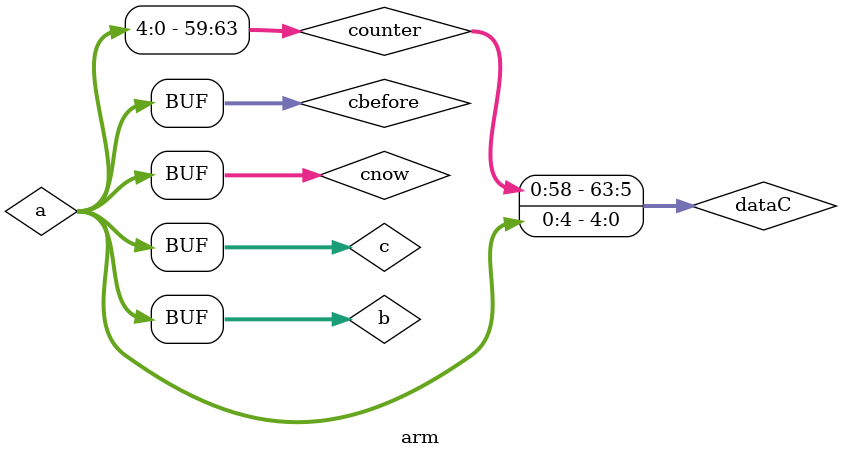
<source format=v>
module arm();
	wire clk;
	OS os1(clk);
wire [0:4]a;
wire [0:4]b;
wire [0:4]c;
//wire write;
wire [0:63]dataA;
wire [0:63]dataB;
wire [0:63]dataC;

//wire reset;
wire [0:63]counter;

	//RegBank(a,b,c,dataC,write,clk,dataA,dataB);
	RegBank rb(a,b,c,dataC,1'b1,clk,dataA,dataB);
	//test_bench(clk,reset,counter);
	test_bench tb(clk,1'b0,counter);
	assign c=counter;
	assign a=c;
reg [0:4]cnow;
reg [0:4]cbefore;
always
begin
	cnow=c;
	#100
	cbefore=cnow;
end
/*
reg resetreg;
assign reset=resetreg;

always
begin
	resetreg=0;
	#3200
	resetreg=1;
	#100
	resetreg=0;
end*/

	assign b=cbefore;
	assign dataC=counter;

endmodule

</source>
